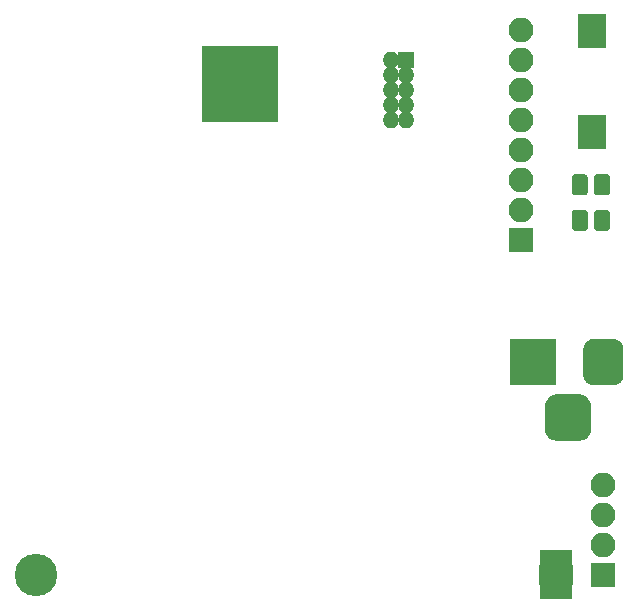
<source format=gbs>
G04 #@! TF.GenerationSoftware,KiCad,Pcbnew,(5.0.0)*
G04 #@! TF.CreationDate,2019-06-18T20:36:07+02:00*
G04 #@! TF.ProjectId,PMS7003wifi,504D5337303033776966692E6B696361,rev?*
G04 #@! TF.SameCoordinates,Original*
G04 #@! TF.FileFunction,Soldermask,Bot*
G04 #@! TF.FilePolarity,Negative*
%FSLAX46Y46*%
G04 Gerber Fmt 4.6, Leading zero omitted, Abs format (unit mm)*
G04 Created by KiCad (PCBNEW (5.0.0)) date 06/18/19 20:36:07*
%MOMM*%
%LPD*%
G01*
G04 APERTURE LIST*
%ADD10R,3.900000X3.900000*%
%ADD11C,0.100000*%
%ADD12C,3.400000*%
%ADD13C,3.900000*%
%ADD14R,2.100000X2.100000*%
%ADD15O,2.100000X2.100000*%
%ADD16R,2.400000X2.900000*%
%ADD17R,0.700000X1.400000*%
%ADD18R,3.000000X1.800000*%
%ADD19R,6.400000X6.400000*%
%ADD20R,1.400000X1.400000*%
%ADD21O,1.400000X1.400000*%
%ADD22C,1.375000*%
%ADD23C,3.600000*%
G04 APERTURE END LIST*
D10*
G04 #@! TO.C,J3*
X217000000Y-85000000D03*
D11*
G36*
X223933315Y-83054093D02*
X224015827Y-83066333D01*
X224096742Y-83086601D01*
X224175281Y-83114702D01*
X224250687Y-83150367D01*
X224322235Y-83193251D01*
X224389234Y-83242941D01*
X224451041Y-83298959D01*
X224507059Y-83360766D01*
X224556749Y-83427765D01*
X224599633Y-83499313D01*
X224635298Y-83574719D01*
X224663399Y-83653258D01*
X224683667Y-83734173D01*
X224695907Y-83816685D01*
X224700000Y-83900000D01*
X224700000Y-86100000D01*
X224695907Y-86183315D01*
X224683667Y-86265827D01*
X224663399Y-86346742D01*
X224635298Y-86425281D01*
X224599633Y-86500687D01*
X224556749Y-86572235D01*
X224507059Y-86639234D01*
X224451041Y-86701041D01*
X224389234Y-86757059D01*
X224322235Y-86806749D01*
X224250687Y-86849633D01*
X224175281Y-86885298D01*
X224096742Y-86913399D01*
X224015827Y-86933667D01*
X223933315Y-86945907D01*
X223850000Y-86950000D01*
X222150000Y-86950000D01*
X222066685Y-86945907D01*
X221984173Y-86933667D01*
X221903258Y-86913399D01*
X221824719Y-86885298D01*
X221749313Y-86849633D01*
X221677765Y-86806749D01*
X221610766Y-86757059D01*
X221548959Y-86701041D01*
X221492941Y-86639234D01*
X221443251Y-86572235D01*
X221400367Y-86500687D01*
X221364702Y-86425281D01*
X221336601Y-86346742D01*
X221316333Y-86265827D01*
X221304093Y-86183315D01*
X221300000Y-86100000D01*
X221300000Y-83900000D01*
X221304093Y-83816685D01*
X221316333Y-83734173D01*
X221336601Y-83653258D01*
X221364702Y-83574719D01*
X221400367Y-83499313D01*
X221443251Y-83427765D01*
X221492941Y-83360766D01*
X221548959Y-83298959D01*
X221610766Y-83242941D01*
X221677765Y-83193251D01*
X221749313Y-83150367D01*
X221824719Y-83114702D01*
X221903258Y-83086601D01*
X221984173Y-83066333D01*
X222066685Y-83054093D01*
X222150000Y-83050000D01*
X223850000Y-83050000D01*
X223933315Y-83054093D01*
X223933315Y-83054093D01*
G37*
D12*
X223000000Y-85000000D03*
D11*
G36*
X221070567Y-87754695D02*
X221165213Y-87768734D01*
X221258028Y-87791983D01*
X221348116Y-87824217D01*
X221434612Y-87865127D01*
X221516681Y-87914317D01*
X221593533Y-87971315D01*
X221664429Y-88035571D01*
X221728685Y-88106467D01*
X221785683Y-88183319D01*
X221834873Y-88265388D01*
X221875783Y-88351884D01*
X221908017Y-88441972D01*
X221931266Y-88534787D01*
X221945305Y-88629433D01*
X221950000Y-88725000D01*
X221950000Y-90675000D01*
X221945305Y-90770567D01*
X221931266Y-90865213D01*
X221908017Y-90958028D01*
X221875783Y-91048116D01*
X221834873Y-91134612D01*
X221785683Y-91216681D01*
X221728685Y-91293533D01*
X221664429Y-91364429D01*
X221593533Y-91428685D01*
X221516681Y-91485683D01*
X221434612Y-91534873D01*
X221348116Y-91575783D01*
X221258028Y-91608017D01*
X221165213Y-91631266D01*
X221070567Y-91645305D01*
X220975000Y-91650000D01*
X219025000Y-91650000D01*
X218929433Y-91645305D01*
X218834787Y-91631266D01*
X218741972Y-91608017D01*
X218651884Y-91575783D01*
X218565388Y-91534873D01*
X218483319Y-91485683D01*
X218406467Y-91428685D01*
X218335571Y-91364429D01*
X218271315Y-91293533D01*
X218214317Y-91216681D01*
X218165127Y-91134612D01*
X218124217Y-91048116D01*
X218091983Y-90958028D01*
X218068734Y-90865213D01*
X218054695Y-90770567D01*
X218050000Y-90675000D01*
X218050000Y-88725000D01*
X218054695Y-88629433D01*
X218068734Y-88534787D01*
X218091983Y-88441972D01*
X218124217Y-88351884D01*
X218165127Y-88265388D01*
X218214317Y-88183319D01*
X218271315Y-88106467D01*
X218335571Y-88035571D01*
X218406467Y-87971315D01*
X218483319Y-87914317D01*
X218565388Y-87865127D01*
X218651884Y-87824217D01*
X218741972Y-87791983D01*
X218834787Y-87768734D01*
X218929433Y-87754695D01*
X219025000Y-87750000D01*
X220975000Y-87750000D01*
X221070567Y-87754695D01*
X221070567Y-87754695D01*
G37*
D13*
X220000000Y-89700000D03*
G04 #@! TD*
D14*
G04 #@! TO.C,J2*
X216000000Y-74700000D03*
D15*
X216000000Y-72160000D03*
X216000000Y-69620000D03*
X216000000Y-67080000D03*
X216000000Y-64540000D03*
X216000000Y-62000000D03*
X216000000Y-59460000D03*
X216000000Y-56920000D03*
G04 #@! TD*
D16*
G04 #@! TO.C,SW3*
X222000000Y-57000000D03*
X222000000Y-65560000D03*
G04 #@! TD*
D17*
G04 #@! TO.C,U2*
X218000000Y-101600000D03*
X218500000Y-101600000D03*
X219000000Y-101600000D03*
X219500000Y-101600000D03*
X220000000Y-101600000D03*
X220000000Y-104400000D03*
X219500000Y-104400000D03*
X219000000Y-104400000D03*
X218500000Y-104400000D03*
X218000000Y-104400000D03*
D18*
X219000000Y-103000000D03*
G04 #@! TD*
D19*
G04 #@! TO.C,U4*
X192200000Y-61480000D03*
G04 #@! TD*
D20*
G04 #@! TO.C,U5*
X206270000Y-59460000D03*
D21*
X205000000Y-59460000D03*
X206270000Y-60730000D03*
X205000000Y-60730000D03*
X206270000Y-62000000D03*
X205000000Y-62000000D03*
X206270000Y-63270000D03*
X205000000Y-63270000D03*
X206270000Y-64540000D03*
X205000000Y-64540000D03*
G04 #@! TD*
D14*
G04 #@! TO.C,U1*
X223000000Y-103000000D03*
D15*
X223000000Y-100460000D03*
X223000000Y-97920000D03*
X223000000Y-95380000D03*
G04 #@! TD*
D11*
G04 #@! TO.C,D1*
G36*
X221377443Y-72101655D02*
X221410812Y-72106605D01*
X221443535Y-72114802D01*
X221475297Y-72126166D01*
X221505793Y-72140590D01*
X221534727Y-72157932D01*
X221561823Y-72178028D01*
X221586818Y-72200682D01*
X221609472Y-72225677D01*
X221629568Y-72252773D01*
X221646910Y-72281707D01*
X221661334Y-72312203D01*
X221672698Y-72343965D01*
X221680895Y-72376688D01*
X221685845Y-72410057D01*
X221687500Y-72443750D01*
X221687500Y-73556250D01*
X221685845Y-73589943D01*
X221680895Y-73623312D01*
X221672698Y-73656035D01*
X221661334Y-73687797D01*
X221646910Y-73718293D01*
X221629568Y-73747227D01*
X221609472Y-73774323D01*
X221586818Y-73799318D01*
X221561823Y-73821972D01*
X221534727Y-73842068D01*
X221505793Y-73859410D01*
X221475297Y-73873834D01*
X221443535Y-73885198D01*
X221410812Y-73893395D01*
X221377443Y-73898345D01*
X221343750Y-73900000D01*
X220656250Y-73900000D01*
X220622557Y-73898345D01*
X220589188Y-73893395D01*
X220556465Y-73885198D01*
X220524703Y-73873834D01*
X220494207Y-73859410D01*
X220465273Y-73842068D01*
X220438177Y-73821972D01*
X220413182Y-73799318D01*
X220390528Y-73774323D01*
X220370432Y-73747227D01*
X220353090Y-73718293D01*
X220338666Y-73687797D01*
X220327302Y-73656035D01*
X220319105Y-73623312D01*
X220314155Y-73589943D01*
X220312500Y-73556250D01*
X220312500Y-72443750D01*
X220314155Y-72410057D01*
X220319105Y-72376688D01*
X220327302Y-72343965D01*
X220338666Y-72312203D01*
X220353090Y-72281707D01*
X220370432Y-72252773D01*
X220390528Y-72225677D01*
X220413182Y-72200682D01*
X220438177Y-72178028D01*
X220465273Y-72157932D01*
X220494207Y-72140590D01*
X220524703Y-72126166D01*
X220556465Y-72114802D01*
X220589188Y-72106605D01*
X220622557Y-72101655D01*
X220656250Y-72100000D01*
X221343750Y-72100000D01*
X221377443Y-72101655D01*
X221377443Y-72101655D01*
G37*
D22*
X221000000Y-73000000D03*
D11*
G36*
X223252443Y-72101655D02*
X223285812Y-72106605D01*
X223318535Y-72114802D01*
X223350297Y-72126166D01*
X223380793Y-72140590D01*
X223409727Y-72157932D01*
X223436823Y-72178028D01*
X223461818Y-72200682D01*
X223484472Y-72225677D01*
X223504568Y-72252773D01*
X223521910Y-72281707D01*
X223536334Y-72312203D01*
X223547698Y-72343965D01*
X223555895Y-72376688D01*
X223560845Y-72410057D01*
X223562500Y-72443750D01*
X223562500Y-73556250D01*
X223560845Y-73589943D01*
X223555895Y-73623312D01*
X223547698Y-73656035D01*
X223536334Y-73687797D01*
X223521910Y-73718293D01*
X223504568Y-73747227D01*
X223484472Y-73774323D01*
X223461818Y-73799318D01*
X223436823Y-73821972D01*
X223409727Y-73842068D01*
X223380793Y-73859410D01*
X223350297Y-73873834D01*
X223318535Y-73885198D01*
X223285812Y-73893395D01*
X223252443Y-73898345D01*
X223218750Y-73900000D01*
X222531250Y-73900000D01*
X222497557Y-73898345D01*
X222464188Y-73893395D01*
X222431465Y-73885198D01*
X222399703Y-73873834D01*
X222369207Y-73859410D01*
X222340273Y-73842068D01*
X222313177Y-73821972D01*
X222288182Y-73799318D01*
X222265528Y-73774323D01*
X222245432Y-73747227D01*
X222228090Y-73718293D01*
X222213666Y-73687797D01*
X222202302Y-73656035D01*
X222194105Y-73623312D01*
X222189155Y-73589943D01*
X222187500Y-73556250D01*
X222187500Y-72443750D01*
X222189155Y-72410057D01*
X222194105Y-72376688D01*
X222202302Y-72343965D01*
X222213666Y-72312203D01*
X222228090Y-72281707D01*
X222245432Y-72252773D01*
X222265528Y-72225677D01*
X222288182Y-72200682D01*
X222313177Y-72178028D01*
X222340273Y-72157932D01*
X222369207Y-72140590D01*
X222399703Y-72126166D01*
X222431465Y-72114802D01*
X222464188Y-72106605D01*
X222497557Y-72101655D01*
X222531250Y-72100000D01*
X223218750Y-72100000D01*
X223252443Y-72101655D01*
X223252443Y-72101655D01*
G37*
D22*
X222875000Y-73000000D03*
G04 #@! TD*
D11*
G04 #@! TO.C,D2*
G36*
X223252443Y-69101655D02*
X223285812Y-69106605D01*
X223318535Y-69114802D01*
X223350297Y-69126166D01*
X223380793Y-69140590D01*
X223409727Y-69157932D01*
X223436823Y-69178028D01*
X223461818Y-69200682D01*
X223484472Y-69225677D01*
X223504568Y-69252773D01*
X223521910Y-69281707D01*
X223536334Y-69312203D01*
X223547698Y-69343965D01*
X223555895Y-69376688D01*
X223560845Y-69410057D01*
X223562500Y-69443750D01*
X223562500Y-70556250D01*
X223560845Y-70589943D01*
X223555895Y-70623312D01*
X223547698Y-70656035D01*
X223536334Y-70687797D01*
X223521910Y-70718293D01*
X223504568Y-70747227D01*
X223484472Y-70774323D01*
X223461818Y-70799318D01*
X223436823Y-70821972D01*
X223409727Y-70842068D01*
X223380793Y-70859410D01*
X223350297Y-70873834D01*
X223318535Y-70885198D01*
X223285812Y-70893395D01*
X223252443Y-70898345D01*
X223218750Y-70900000D01*
X222531250Y-70900000D01*
X222497557Y-70898345D01*
X222464188Y-70893395D01*
X222431465Y-70885198D01*
X222399703Y-70873834D01*
X222369207Y-70859410D01*
X222340273Y-70842068D01*
X222313177Y-70821972D01*
X222288182Y-70799318D01*
X222265528Y-70774323D01*
X222245432Y-70747227D01*
X222228090Y-70718293D01*
X222213666Y-70687797D01*
X222202302Y-70656035D01*
X222194105Y-70623312D01*
X222189155Y-70589943D01*
X222187500Y-70556250D01*
X222187500Y-69443750D01*
X222189155Y-69410057D01*
X222194105Y-69376688D01*
X222202302Y-69343965D01*
X222213666Y-69312203D01*
X222228090Y-69281707D01*
X222245432Y-69252773D01*
X222265528Y-69225677D01*
X222288182Y-69200682D01*
X222313177Y-69178028D01*
X222340273Y-69157932D01*
X222369207Y-69140590D01*
X222399703Y-69126166D01*
X222431465Y-69114802D01*
X222464188Y-69106605D01*
X222497557Y-69101655D01*
X222531250Y-69100000D01*
X223218750Y-69100000D01*
X223252443Y-69101655D01*
X223252443Y-69101655D01*
G37*
D22*
X222875000Y-70000000D03*
D11*
G36*
X221377443Y-69101655D02*
X221410812Y-69106605D01*
X221443535Y-69114802D01*
X221475297Y-69126166D01*
X221505793Y-69140590D01*
X221534727Y-69157932D01*
X221561823Y-69178028D01*
X221586818Y-69200682D01*
X221609472Y-69225677D01*
X221629568Y-69252773D01*
X221646910Y-69281707D01*
X221661334Y-69312203D01*
X221672698Y-69343965D01*
X221680895Y-69376688D01*
X221685845Y-69410057D01*
X221687500Y-69443750D01*
X221687500Y-70556250D01*
X221685845Y-70589943D01*
X221680895Y-70623312D01*
X221672698Y-70656035D01*
X221661334Y-70687797D01*
X221646910Y-70718293D01*
X221629568Y-70747227D01*
X221609472Y-70774323D01*
X221586818Y-70799318D01*
X221561823Y-70821972D01*
X221534727Y-70842068D01*
X221505793Y-70859410D01*
X221475297Y-70873834D01*
X221443535Y-70885198D01*
X221410812Y-70893395D01*
X221377443Y-70898345D01*
X221343750Y-70900000D01*
X220656250Y-70900000D01*
X220622557Y-70898345D01*
X220589188Y-70893395D01*
X220556465Y-70885198D01*
X220524703Y-70873834D01*
X220494207Y-70859410D01*
X220465273Y-70842068D01*
X220438177Y-70821972D01*
X220413182Y-70799318D01*
X220390528Y-70774323D01*
X220370432Y-70747227D01*
X220353090Y-70718293D01*
X220338666Y-70687797D01*
X220327302Y-70656035D01*
X220319105Y-70623312D01*
X220314155Y-70589943D01*
X220312500Y-70556250D01*
X220312500Y-69443750D01*
X220314155Y-69410057D01*
X220319105Y-69376688D01*
X220327302Y-69343965D01*
X220338666Y-69312203D01*
X220353090Y-69281707D01*
X220370432Y-69252773D01*
X220390528Y-69225677D01*
X220413182Y-69200682D01*
X220438177Y-69178028D01*
X220465273Y-69157932D01*
X220494207Y-69140590D01*
X220524703Y-69126166D01*
X220556465Y-69114802D01*
X220589188Y-69106605D01*
X220622557Y-69101655D01*
X220656250Y-69100000D01*
X221343750Y-69100000D01*
X221377443Y-69101655D01*
X221377443Y-69101655D01*
G37*
D22*
X221000000Y-70000000D03*
G04 #@! TD*
D23*
G04 #@! TO.C, *
X175000000Y-103000000D03*
G04 #@! TD*
M02*

</source>
